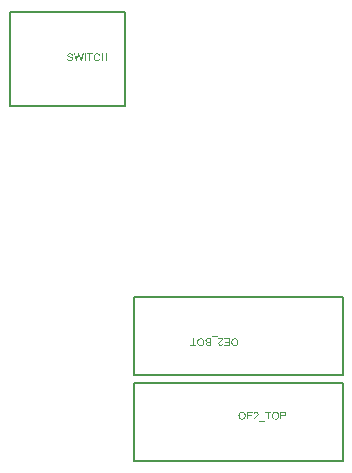
<source format=gbr>
%TF.GenerationSoftware,Altium Limited,Altium Designer,23.3.1 (30)*%
G04 Layer_Color=16711935*
%FSLAX45Y45*%
%MOMM*%
%TF.SameCoordinates,9B08417B-AAB0-44DC-96C9-EC8FD7F4D7BA*%
%TF.FilePolarity,Positive*%
%TF.FileFunction,Other,Top_Assembly*%
%TF.Part,Single*%
G01*
G75*
%TA.AperFunction,NonConductor*%
%ADD40C,0.20000*%
G36*
X4957526Y6374307D02*
X4958208D01*
X4959866Y6374112D01*
X4961817Y6373819D01*
X4963963Y6373429D01*
X4966109Y6372844D01*
X4968157Y6372064D01*
X4968254D01*
X4968352Y6371966D01*
X4968645Y6371869D01*
X4969035Y6371674D01*
X4970010Y6371088D01*
X4971278Y6370406D01*
X4972644Y6369430D01*
X4974009Y6368260D01*
X4975375Y6366894D01*
X4976545Y6365334D01*
X4976643Y6365139D01*
X4977033Y6364553D01*
X4977520Y6363578D01*
X4978008Y6362408D01*
X4978593Y6360945D01*
X4979179Y6359189D01*
X4979569Y6357336D01*
X4979764Y6355288D01*
X4971668Y6354702D01*
Y6354800D01*
Y6354995D01*
X4971571Y6355288D01*
X4971473Y6355678D01*
X4971278Y6356751D01*
X4970888Y6358116D01*
X4970303Y6359579D01*
X4969522Y6361042D01*
X4968450Y6362505D01*
X4967182Y6363773D01*
X4966987Y6363871D01*
X4966499Y6364261D01*
X4965621Y6364749D01*
X4964451Y6365334D01*
X4962890Y6365919D01*
X4960939Y6366407D01*
X4958696Y6366797D01*
X4956062Y6366894D01*
X4954795D01*
X4954209Y6366797D01*
X4953429D01*
X4951771Y6366504D01*
X4949918Y6366212D01*
X4948065Y6365724D01*
X4946309Y6365041D01*
X4945529Y6364553D01*
X4944846Y6364066D01*
X4944748Y6363968D01*
X4944358Y6363578D01*
X4943773Y6362993D01*
X4943188Y6362115D01*
X4942505Y6361140D01*
X4942017Y6359969D01*
X4941627Y6358701D01*
X4941432Y6357238D01*
Y6357043D01*
Y6356653D01*
X4941530Y6355970D01*
X4941725Y6355190D01*
X4942017Y6354312D01*
X4942505Y6353337D01*
X4943090Y6352459D01*
X4943870Y6351581D01*
X4943968Y6351484D01*
X4944456Y6351191D01*
X4944748Y6350996D01*
X4945138Y6350703D01*
X4945724Y6350508D01*
X4946406Y6350216D01*
X4947187Y6349826D01*
X4948065Y6349435D01*
X4949040Y6349143D01*
X4950210Y6348753D01*
X4951576Y6348265D01*
X4953039Y6347875D01*
X4954697Y6347485D01*
X4956550Y6346997D01*
X4956648D01*
X4957038Y6346899D01*
X4957526Y6346802D01*
X4958208Y6346607D01*
X4959086Y6346412D01*
X4960061Y6346119D01*
X4962207Y6345631D01*
X4964548Y6344949D01*
X4966889Y6344266D01*
X4968059Y6343973D01*
X4969035Y6343583D01*
X4970010Y6343193D01*
X4970790Y6342900D01*
X4970888D01*
X4971083Y6342803D01*
X4971278Y6342608D01*
X4971668Y6342413D01*
X4972644Y6341828D01*
X4973912Y6341145D01*
X4975277Y6340169D01*
X4976643Y6338999D01*
X4977911Y6337731D01*
X4978983Y6336366D01*
X4979081Y6336170D01*
X4979374Y6335683D01*
X4979861Y6334902D01*
X4980349Y6333732D01*
X4980837Y6332464D01*
X4981324Y6330904D01*
X4981617Y6329148D01*
X4981714Y6327295D01*
Y6327197D01*
Y6327100D01*
Y6326807D01*
Y6326417D01*
X4981519Y6325442D01*
X4981324Y6324174D01*
X4981032Y6322710D01*
X4980446Y6321052D01*
X4979764Y6319297D01*
X4978788Y6317639D01*
X4978691Y6317444D01*
X4978203Y6316858D01*
X4977618Y6316078D01*
X4976643Y6315103D01*
X4975472Y6313932D01*
X4974009Y6312762D01*
X4972253Y6311689D01*
X4970303Y6310616D01*
X4970205D01*
X4970010Y6310518D01*
X4969718Y6310421D01*
X4969327Y6310226D01*
X4968840Y6310031D01*
X4968254Y6309836D01*
X4966694Y6309446D01*
X4964938Y6308958D01*
X4962792Y6308568D01*
X4960549Y6308275D01*
X4958013Y6308178D01*
X4956550D01*
X4955867Y6308275D01*
X4954990D01*
X4954014Y6308373D01*
X4952941Y6308470D01*
X4950698Y6308763D01*
X4948260Y6309251D01*
X4945821Y6309836D01*
X4943480Y6310616D01*
X4943383D01*
X4943188Y6310714D01*
X4942895Y6310909D01*
X4942505Y6311104D01*
X4941432Y6311689D01*
X4940164Y6312567D01*
X4938604Y6313640D01*
X4937140Y6314908D01*
X4935580Y6316468D01*
X4934214Y6318224D01*
Y6318321D01*
X4934117Y6318419D01*
X4933922Y6318712D01*
X4933727Y6319102D01*
X4933434Y6319589D01*
X4933142Y6320175D01*
X4932556Y6321638D01*
X4931971Y6323296D01*
X4931386Y6325344D01*
X4930996Y6327490D01*
X4930801Y6329831D01*
X4938799Y6330513D01*
Y6330416D01*
Y6330318D01*
X4938896Y6329733D01*
X4939091Y6328855D01*
X4939286Y6327685D01*
X4939676Y6326417D01*
X4940067Y6325051D01*
X4940652Y6323783D01*
X4941335Y6322515D01*
X4941432Y6322418D01*
X4941725Y6322028D01*
X4942212Y6321443D01*
X4942993Y6320760D01*
X4943870Y6319979D01*
X4944943Y6319102D01*
X4946309Y6318321D01*
X4947772Y6317541D01*
X4947869D01*
X4947967Y6317444D01*
X4948552Y6317248D01*
X4949430Y6316956D01*
X4950698Y6316663D01*
X4952064Y6316273D01*
X4953819Y6315981D01*
X4955672Y6315785D01*
X4957623Y6315688D01*
X4958403D01*
X4959379Y6315785D01*
X4960452Y6315883D01*
X4961817Y6315981D01*
X4963183Y6316273D01*
X4964646Y6316566D01*
X4966109Y6317053D01*
X4966304Y6317151D01*
X4966694Y6317346D01*
X4967377Y6317639D01*
X4968157Y6318126D01*
X4969132Y6318712D01*
X4970010Y6319394D01*
X4970888Y6320175D01*
X4971668Y6321052D01*
X4971766Y6321150D01*
X4971961Y6321540D01*
X4972253Y6322028D01*
X4972644Y6322710D01*
X4972936Y6323491D01*
X4973229Y6324466D01*
X4973424Y6325442D01*
X4973521Y6326514D01*
Y6326612D01*
Y6327002D01*
X4973424Y6327587D01*
X4973326Y6328270D01*
X4973131Y6329148D01*
X4972741Y6330026D01*
X4972351Y6330904D01*
X4971766Y6331781D01*
X4971668Y6331879D01*
X4971473Y6332171D01*
X4970985Y6332562D01*
X4970400Y6333147D01*
X4969620Y6333732D01*
X4968645Y6334317D01*
X4967377Y6335000D01*
X4966011Y6335585D01*
X4965914Y6335683D01*
X4965523Y6335780D01*
X4964743Y6335975D01*
X4964256Y6336170D01*
X4963670Y6336366D01*
X4962890Y6336561D01*
X4962110Y6336756D01*
X4961134Y6337048D01*
X4960159Y6337341D01*
X4958989Y6337634D01*
X4957623Y6337926D01*
X4956160Y6338316D01*
X4954599Y6338706D01*
X4954502D01*
X4954209Y6338804D01*
X4953722Y6338901D01*
X4953136Y6339097D01*
X4952454Y6339292D01*
X4951673Y6339487D01*
X4949820Y6339974D01*
X4947772Y6340657D01*
X4945724Y6341340D01*
X4943870Y6342023D01*
X4942993Y6342315D01*
X4942310Y6342705D01*
X4942212D01*
X4942115Y6342803D01*
X4941530Y6343193D01*
X4940749Y6343681D01*
X4939774Y6344363D01*
X4938604Y6345241D01*
X4937531Y6346217D01*
X4936458Y6347387D01*
X4935482Y6348655D01*
X4935385Y6348850D01*
X4935092Y6349338D01*
X4934800Y6350021D01*
X4934409Y6350996D01*
X4933922Y6352166D01*
X4933629Y6353532D01*
X4933337Y6355092D01*
X4933239Y6356653D01*
Y6356751D01*
Y6356848D01*
Y6357141D01*
Y6357531D01*
X4933434Y6358409D01*
X4933629Y6359579D01*
X4933922Y6361042D01*
X4934409Y6362505D01*
X4935092Y6364163D01*
X4935970Y6365724D01*
Y6365821D01*
X4936068Y6365919D01*
X4936458Y6366407D01*
X4937140Y6367187D01*
X4938018Y6368162D01*
X4939091Y6369138D01*
X4940457Y6370211D01*
X4942115Y6371283D01*
X4943968Y6372161D01*
X4944066D01*
X4944163Y6372259D01*
X4944456Y6372356D01*
X4944943Y6372551D01*
X4945431Y6372649D01*
X4946016Y6372844D01*
X4947382Y6373332D01*
X4949137Y6373722D01*
X4951088Y6374014D01*
X4953331Y6374307D01*
X4955672Y6374405D01*
X4956843D01*
X4957526Y6374307D01*
D02*
G37*
G36*
X5186638D02*
X5187418Y6374210D01*
X5188393Y6374112D01*
X5189466Y6374014D01*
X5190637Y6373819D01*
X5193172Y6373234D01*
X5195904Y6372356D01*
X5197269Y6371771D01*
X5198635Y6371088D01*
X5199902Y6370308D01*
X5201170Y6369430D01*
X5201268Y6369333D01*
X5201463Y6369235D01*
X5201756Y6368943D01*
X5202243Y6368552D01*
X5202731Y6368065D01*
X5203414Y6367382D01*
X5204097Y6366699D01*
X5204779Y6365919D01*
X5205560Y6364944D01*
X5206242Y6363968D01*
X5207023Y6362798D01*
X5207803Y6361530D01*
X5208486Y6360262D01*
X5209168Y6358799D01*
X5210339Y6355678D01*
X5201951Y6353727D01*
Y6353824D01*
X5201853Y6354020D01*
X5201756Y6354410D01*
X5201561Y6354897D01*
X5201268Y6355483D01*
X5200975Y6356165D01*
X5200293Y6357628D01*
X5199415Y6359286D01*
X5198244Y6361042D01*
X5196976Y6362603D01*
X5195416Y6363968D01*
X5195221Y6364066D01*
X5194636Y6364456D01*
X5193758Y6364944D01*
X5192490Y6365626D01*
X5191027Y6366212D01*
X5189174Y6366699D01*
X5187125Y6367089D01*
X5184784Y6367187D01*
X5184102D01*
X5183614Y6367089D01*
X5182931D01*
X5182248Y6366992D01*
X5180493Y6366699D01*
X5178542Y6366309D01*
X5176494Y6365626D01*
X5174446Y6364749D01*
X5172495Y6363578D01*
X5172397D01*
X5172300Y6363383D01*
X5171715Y6362895D01*
X5170837Y6362115D01*
X5169764Y6361042D01*
X5168691Y6359677D01*
X5167521Y6358116D01*
X5166448Y6356165D01*
X5165570Y6354020D01*
Y6353922D01*
X5165472Y6353727D01*
X5165375Y6353434D01*
X5165277Y6352947D01*
X5165082Y6352459D01*
X5164985Y6351776D01*
X5164594Y6350216D01*
X5164204Y6348362D01*
X5163912Y6346314D01*
X5163717Y6344071D01*
X5163619Y6341730D01*
Y6341632D01*
Y6341340D01*
Y6340950D01*
Y6340365D01*
X5163717Y6339682D01*
Y6338804D01*
X5163814Y6337926D01*
X5163912Y6336951D01*
X5164204Y6334707D01*
X5164594Y6332269D01*
X5165180Y6329831D01*
X5165960Y6327490D01*
Y6327392D01*
X5166057Y6327197D01*
X5166253Y6326905D01*
X5166448Y6326514D01*
X5166935Y6325344D01*
X5167716Y6324076D01*
X5168788Y6322515D01*
X5170056Y6321052D01*
X5171520Y6319589D01*
X5173275Y6318321D01*
X5173373D01*
X5173470Y6318224D01*
X5173763Y6318029D01*
X5174153Y6317834D01*
X5175226Y6317444D01*
X5176591Y6316858D01*
X5178152Y6316371D01*
X5180005Y6315883D01*
X5182053Y6315493D01*
X5184199Y6315395D01*
X5184882D01*
X5185370Y6315493D01*
X5185955D01*
X5186735Y6315590D01*
X5188393Y6315883D01*
X5190246Y6316371D01*
X5192295Y6317151D01*
X5194245Y6318126D01*
X5196196Y6319492D01*
X5196294Y6319589D01*
X5196391Y6319687D01*
X5196976Y6320272D01*
X5197854Y6321247D01*
X5198927Y6322515D01*
X5200000Y6324271D01*
X5201170Y6326319D01*
X5202146Y6328855D01*
X5202926Y6331684D01*
X5211412Y6329538D01*
Y6329440D01*
X5211314Y6329050D01*
X5211119Y6328563D01*
X5210924Y6327782D01*
X5210534Y6327002D01*
X5210144Y6325929D01*
X5209754Y6324856D01*
X5209168Y6323686D01*
X5207900Y6321052D01*
X5206145Y6318419D01*
X5204194Y6315883D01*
X5203024Y6314713D01*
X5201756Y6313640D01*
X5201658Y6313542D01*
X5201463Y6313445D01*
X5201073Y6313152D01*
X5200488Y6312762D01*
X5199805Y6312372D01*
X5199025Y6311884D01*
X5198147Y6311396D01*
X5197074Y6310909D01*
X5195904Y6310421D01*
X5194636Y6309933D01*
X5193172Y6309446D01*
X5191709Y6309055D01*
X5188491Y6308373D01*
X5186735Y6308275D01*
X5184882Y6308178D01*
X5183907D01*
X5183126Y6308275D01*
X5182248D01*
X5181273Y6308373D01*
X5180103Y6308568D01*
X5178932Y6308665D01*
X5176201Y6309251D01*
X5173373Y6309933D01*
X5170642Y6311006D01*
X5169276Y6311591D01*
X5168008Y6312372D01*
X5167911Y6312469D01*
X5167716Y6312567D01*
X5167423Y6312859D01*
X5166935Y6313152D01*
X5165765Y6314127D01*
X5164399Y6315493D01*
X5162741Y6317151D01*
X5161181Y6319297D01*
X5159523Y6321735D01*
X5158157Y6324564D01*
Y6324661D01*
X5158060Y6324954D01*
X5157864Y6325344D01*
X5157669Y6325929D01*
X5157377Y6326709D01*
X5157084Y6327587D01*
X5156792Y6328563D01*
X5156499Y6329733D01*
X5156206Y6330904D01*
X5155914Y6332269D01*
X5155329Y6335195D01*
X5154938Y6338316D01*
X5154841Y6341730D01*
Y6341828D01*
Y6342218D01*
Y6342705D01*
X5154938Y6343388D01*
Y6344266D01*
X5155036Y6345339D01*
X5155133Y6346412D01*
X5155329Y6347680D01*
X5155816Y6350411D01*
X5156401Y6353337D01*
X5157377Y6356360D01*
X5158645Y6359189D01*
Y6359286D01*
X5158840Y6359482D01*
X5159035Y6359872D01*
X5159328Y6360457D01*
X5159718Y6361042D01*
X5160205Y6361725D01*
X5161473Y6363383D01*
X5162936Y6365236D01*
X5164790Y6367089D01*
X5167033Y6368943D01*
X5169471Y6370503D01*
X5169569D01*
X5169764Y6370698D01*
X5170154Y6370893D01*
X5170739Y6371088D01*
X5171324Y6371381D01*
X5172105Y6371771D01*
X5173080Y6372064D01*
X5174055Y6372454D01*
X5175128Y6372844D01*
X5176299Y6373137D01*
X5178932Y6373819D01*
X5181858Y6374210D01*
X5184979Y6374405D01*
X5185955D01*
X5186638Y6374307D01*
D02*
G37*
G36*
X5272274Y6309251D02*
X5263789D01*
Y6339487D01*
X5230626D01*
Y6309251D01*
X5222141D01*
Y6373332D01*
X5230626D01*
Y6346997D01*
X5263789D01*
Y6373332D01*
X5272274D01*
Y6309251D01*
D02*
G37*
G36*
X5052331D02*
X5044040D01*
X5030580Y6358019D01*
Y6358116D01*
X5030482Y6358311D01*
X5030385Y6358604D01*
X5030287Y6358994D01*
X5029995Y6360067D01*
X5029702Y6361237D01*
X5029312Y6362603D01*
X5029019Y6363773D01*
X5028727Y6364846D01*
X5028629Y6365236D01*
X5028532Y6365529D01*
Y6365334D01*
X5028337Y6364846D01*
X5028142Y6363968D01*
X5027849Y6362993D01*
X5027556Y6361725D01*
X5027264Y6360554D01*
X5026874Y6359286D01*
X5026581Y6358019D01*
X5013121Y6309251D01*
X5004245D01*
X4987469Y6373332D01*
X4996150D01*
X5005806Y6331196D01*
Y6331099D01*
X5005903Y6330904D01*
X5006001Y6330513D01*
X5006098Y6330123D01*
X5006196Y6329440D01*
X5006391Y6328758D01*
X5006781Y6327100D01*
X5007171Y6325149D01*
X5007659Y6322906D01*
X5008049Y6320565D01*
X5008537Y6318126D01*
Y6318224D01*
X5008634Y6318614D01*
X5008732Y6319102D01*
X5008927Y6319784D01*
X5009122Y6320565D01*
X5009317Y6321443D01*
X5009902Y6323491D01*
X5010390Y6325539D01*
X5010878Y6327490D01*
X5011073Y6328270D01*
X5011268Y6329050D01*
X5011365Y6329636D01*
X5011463Y6330026D01*
X5023655Y6373332D01*
X5033896D01*
X5043065Y6340852D01*
Y6340755D01*
X5043260Y6340267D01*
X5043357Y6339682D01*
X5043650Y6338804D01*
X5043845Y6337731D01*
X5044235Y6336463D01*
X5044528Y6335000D01*
X5044918Y6333439D01*
X5045308Y6331781D01*
X5045698Y6330026D01*
X5046576Y6326124D01*
X5047356Y6322125D01*
X5048039Y6318126D01*
Y6318224D01*
X5048136Y6318419D01*
Y6318712D01*
X5048234Y6319199D01*
X5048429Y6319784D01*
X5048527Y6320467D01*
X5048722Y6321247D01*
X5048917Y6322125D01*
X5049404Y6324174D01*
X5049892Y6326612D01*
X5050575Y6329245D01*
X5051258Y6332074D01*
X5061206Y6373332D01*
X5069789D01*
X5052331Y6309251D01*
D02*
G37*
G36*
X5148501Y6365821D02*
X5127433D01*
Y6309251D01*
X5118948D01*
Y6365821D01*
X5097880D01*
Y6373332D01*
X5148501D01*
Y6365821D01*
D02*
G37*
G36*
X5087736Y6309251D02*
X5079250D01*
Y6373332D01*
X5087736D01*
Y6309251D01*
D02*
G37*
G36*
X6764534Y3337910D02*
X6766094Y3337813D01*
X6767752Y3337715D01*
X6769313Y3337520D01*
X6770678Y3337325D01*
X6770873D01*
X6771459Y3337130D01*
X6772336Y3336935D01*
X6773409Y3336642D01*
X6774677Y3336252D01*
X6775945Y3335764D01*
X6777311Y3335082D01*
X6778579Y3334301D01*
X6778676Y3334204D01*
X6779164Y3333911D01*
X6779749Y3333424D01*
X6780432Y3332741D01*
X6781212Y3331863D01*
X6782090Y3330790D01*
X6782968Y3329620D01*
X6783748Y3328157D01*
X6783846Y3327962D01*
X6784041Y3327474D01*
X6784333Y3326694D01*
X6784724Y3325621D01*
X6785114Y3324353D01*
X6785406Y3322890D01*
X6785601Y3321232D01*
X6785699Y3319476D01*
Y3319378D01*
Y3319086D01*
Y3318696D01*
X6785601Y3318110D01*
X6785504Y3317428D01*
X6785406Y3316550D01*
X6785309Y3315672D01*
X6785016Y3314697D01*
X6784431Y3312453D01*
X6783456Y3310210D01*
X6782870Y3309040D01*
X6782188Y3307869D01*
X6781407Y3306699D01*
X6780432Y3305626D01*
X6780334Y3305528D01*
X6780139Y3305431D01*
X6779847Y3305138D01*
X6779457Y3304748D01*
X6778774Y3304358D01*
X6778091Y3303870D01*
X6777213Y3303383D01*
X6776140Y3302895D01*
X6774970Y3302310D01*
X6773604Y3301822D01*
X6772044Y3301334D01*
X6770386Y3300944D01*
X6768435Y3300554D01*
X6766387Y3300261D01*
X6764143Y3300164D01*
X6761705Y3300066D01*
X6745319D01*
Y3273927D01*
X6736833D01*
Y3338008D01*
X6763071D01*
X6764534Y3337910D01*
D02*
G37*
G36*
X6658512Y3330498D02*
X6637444D01*
Y3273927D01*
X6628959D01*
Y3330498D01*
X6607891D01*
Y3338008D01*
X6658512D01*
Y3330498D01*
D02*
G37*
G36*
X6532691Y3338203D02*
X6533471Y3338105D01*
X6534349Y3338008D01*
X6535324Y3337910D01*
X6536397Y3337618D01*
X6538738Y3337032D01*
X6541176Y3336155D01*
X6542444Y3335569D01*
X6543615Y3334887D01*
X6544687Y3334009D01*
X6545760Y3333131D01*
X6545858Y3333033D01*
X6545955Y3332936D01*
X6546248Y3332643D01*
X6546638Y3332253D01*
X6547028Y3331668D01*
X6547516Y3331083D01*
X6548491Y3329620D01*
X6549467Y3327767D01*
X6550345Y3325621D01*
X6551027Y3323182D01*
X6551125Y3321817D01*
X6551222Y3320451D01*
Y3320256D01*
Y3319769D01*
X6551125Y3318988D01*
X6551027Y3318013D01*
X6550832Y3316842D01*
X6550540Y3315575D01*
X6550149Y3314209D01*
X6549564Y3312844D01*
X6549467Y3312648D01*
X6549272Y3312161D01*
X6548881Y3311478D01*
X6548296Y3310503D01*
X6547614Y3309332D01*
X6546736Y3307967D01*
X6545565Y3306601D01*
X6544297Y3305041D01*
X6544102Y3304846D01*
X6543615Y3304260D01*
X6542737Y3303383D01*
X6542152Y3302797D01*
X6541469Y3302115D01*
X6540688Y3301334D01*
X6539713Y3300456D01*
X6538738Y3299579D01*
X6537665Y3298506D01*
X6536494Y3297433D01*
X6535129Y3296262D01*
X6533763Y3295092D01*
X6532203Y3293726D01*
X6532105Y3293629D01*
X6531910Y3293434D01*
X6531520Y3293141D01*
X6531032Y3292751D01*
X6529862Y3291776D01*
X6528399Y3290508D01*
X6526936Y3289142D01*
X6525375Y3287777D01*
X6524107Y3286606D01*
X6523620Y3286119D01*
X6523132Y3285631D01*
X6523034Y3285533D01*
X6522839Y3285241D01*
X6522449Y3284851D01*
X6521962Y3284265D01*
X6520889Y3282997D01*
X6519816Y3281437D01*
X6551320D01*
Y3273927D01*
X6508892D01*
Y3274024D01*
Y3274414D01*
Y3275000D01*
X6508989Y3275682D01*
X6509087Y3276463D01*
X6509184Y3277340D01*
X6509477Y3278316D01*
X6509770Y3279291D01*
Y3279389D01*
X6509867Y3279486D01*
X6510062Y3280071D01*
X6510452Y3280852D01*
X6511038Y3282022D01*
X6511720Y3283290D01*
X6512696Y3284753D01*
X6513671Y3286216D01*
X6514939Y3287777D01*
Y3287874D01*
X6515134Y3287972D01*
X6515622Y3288557D01*
X6516402Y3289435D01*
X6517572Y3290605D01*
X6519035Y3291971D01*
X6520791Y3293629D01*
X6522937Y3295482D01*
X6525278Y3297530D01*
X6525375Y3297628D01*
X6525765Y3297921D01*
X6526253Y3298311D01*
X6526936Y3298993D01*
X6527814Y3299676D01*
X6528789Y3300554D01*
X6530935Y3302407D01*
X6533276Y3304650D01*
X6535617Y3306894D01*
X6536787Y3307967D01*
X6537762Y3309040D01*
X6538640Y3310113D01*
X6539420Y3311088D01*
Y3311185D01*
X6539616Y3311283D01*
X6539811Y3311576D01*
X6540006Y3311966D01*
X6540591Y3312941D01*
X6541274Y3314209D01*
X6541956Y3315672D01*
X6542542Y3317233D01*
X6542932Y3318988D01*
X6543127Y3320646D01*
Y3320744D01*
Y3320841D01*
X6543029Y3321427D01*
X6542932Y3322305D01*
X6542737Y3323377D01*
X6542249Y3324645D01*
X6541664Y3325913D01*
X6540884Y3327279D01*
X6539713Y3328547D01*
X6539518Y3328644D01*
X6539128Y3329034D01*
X6538348Y3329522D01*
X6537372Y3330205D01*
X6536104Y3330790D01*
X6534641Y3331278D01*
X6532886Y3331668D01*
X6530935Y3331765D01*
X6530350D01*
X6529960Y3331668D01*
X6528984Y3331570D01*
X6527716Y3331375D01*
X6526253Y3330888D01*
X6524693Y3330302D01*
X6523230Y3329425D01*
X6521864Y3328254D01*
X6521766Y3328059D01*
X6521376Y3327669D01*
X6520791Y3326889D01*
X6520206Y3325816D01*
X6519523Y3324450D01*
X6519035Y3322890D01*
X6518645Y3321037D01*
X6518450Y3318891D01*
X6510355Y3319769D01*
Y3319866D01*
Y3320159D01*
X6510452Y3320646D01*
X6510550Y3321232D01*
X6510745Y3322012D01*
X6510842Y3322890D01*
X6511428Y3324840D01*
X6512208Y3327084D01*
X6513281Y3329327D01*
X6514744Y3331570D01*
X6515524Y3332546D01*
X6516500Y3333521D01*
X6516597Y3333619D01*
X6516792Y3333716D01*
X6517085Y3334009D01*
X6517475Y3334301D01*
X6518060Y3334594D01*
X6518743Y3335082D01*
X6519523Y3335472D01*
X6520401Y3335960D01*
X6521376Y3336350D01*
X6522449Y3336837D01*
X6523717Y3337228D01*
X6524985Y3337520D01*
X6527911Y3338105D01*
X6529472Y3338203D01*
X6531130Y3338300D01*
X6532008D01*
X6532691Y3338203D01*
D02*
G37*
G36*
X6500016Y3330498D02*
X6462172D01*
Y3310795D01*
X6497578D01*
Y3303285D01*
X6462172D01*
Y3281437D01*
X6501479D01*
Y3273927D01*
X6453686D01*
Y3338008D01*
X6500016D01*
Y3330498D01*
D02*
G37*
G36*
X6696746Y3338983D02*
X6697526D01*
X6698502Y3338886D01*
X6699477Y3338691D01*
X6700648Y3338593D01*
X6703086Y3338008D01*
X6705817Y3337228D01*
X6708548Y3336252D01*
X6709913Y3335569D01*
X6711279Y3334789D01*
X6711376D01*
X6711572Y3334594D01*
X6711962Y3334399D01*
X6712449Y3334009D01*
X6713035Y3333619D01*
X6713717Y3333033D01*
X6715278Y3331765D01*
X6717034Y3330107D01*
X6718887Y3328059D01*
X6720545Y3325718D01*
X6722105Y3322987D01*
Y3322890D01*
X6722300Y3322597D01*
X6722496Y3322207D01*
X6722691Y3321622D01*
X6722983Y3320939D01*
X6723276Y3320061D01*
X6723666Y3319086D01*
X6724056Y3318013D01*
X6724349Y3316745D01*
X6724739Y3315477D01*
X6725324Y3312551D01*
X6725714Y3309332D01*
X6725909Y3305821D01*
Y3305723D01*
Y3305431D01*
Y3304846D01*
X6725812Y3304163D01*
Y3303285D01*
X6725714Y3302310D01*
X6725617Y3301237D01*
X6725422Y3299969D01*
X6724934Y3297238D01*
X6724251Y3294312D01*
X6723276Y3291288D01*
X6721910Y3288362D01*
Y3288264D01*
X6721715Y3288069D01*
X6721520Y3287679D01*
X6721228Y3287094D01*
X6720740Y3286509D01*
X6720252Y3285729D01*
X6719082Y3284070D01*
X6717521Y3282217D01*
X6715571Y3280266D01*
X6713327Y3278413D01*
X6710791Y3276755D01*
X6710694D01*
X6710499Y3276560D01*
X6710108Y3276365D01*
X6709523Y3276170D01*
X6708841Y3275877D01*
X6708060Y3275487D01*
X6707182Y3275195D01*
X6706110Y3274804D01*
X6703866Y3274122D01*
X6701233Y3273439D01*
X6698307Y3273049D01*
X6695283Y3272854D01*
X6694405D01*
X6693722Y3272951D01*
X6692942D01*
X6692064Y3273049D01*
X6690991Y3273244D01*
X6689821Y3273439D01*
X6687383Y3273927D01*
X6684652Y3274707D01*
X6681823Y3275780D01*
X6680458Y3276365D01*
X6679092Y3277145D01*
X6678995Y3277243D01*
X6678799Y3277340D01*
X6678409Y3277633D01*
X6677922Y3277926D01*
X6677336Y3278413D01*
X6676654Y3278901D01*
X6675093Y3280266D01*
X6673337Y3282022D01*
X6671484Y3283973D01*
X6669826Y3286411D01*
X6668266Y3289045D01*
Y3289142D01*
X6668070Y3289435D01*
X6667973Y3289825D01*
X6667680Y3290410D01*
X6667388Y3291093D01*
X6667095Y3291873D01*
X6666803Y3292849D01*
X6666510Y3293922D01*
X6666120Y3295092D01*
X6665827Y3296262D01*
X6665242Y3298993D01*
X6664852Y3301919D01*
X6664657Y3305041D01*
Y3305236D01*
Y3305723D01*
X6664754Y3306601D01*
Y3307674D01*
X6664949Y3309040D01*
X6665144Y3310600D01*
X6665339Y3312258D01*
X6665730Y3314209D01*
X6666217Y3316160D01*
X6666705Y3318208D01*
X6667388Y3320256D01*
X6668266Y3322305D01*
X6669241Y3324353D01*
X6670314Y3326401D01*
X6671679Y3328254D01*
X6673142Y3330010D01*
X6673240Y3330107D01*
X6673533Y3330400D01*
X6674020Y3330888D01*
X6674703Y3331473D01*
X6675581Y3332156D01*
X6676556Y3332838D01*
X6677727Y3333716D01*
X6679092Y3334594D01*
X6680653Y3335374D01*
X6682311Y3336252D01*
X6684164Y3336935D01*
X6686115Y3337715D01*
X6688163Y3338203D01*
X6690406Y3338691D01*
X6692845Y3338983D01*
X6695283Y3339081D01*
X6696161D01*
X6696746Y3338983D01*
D02*
G37*
G36*
X6413404D02*
X6414184D01*
X6415160Y3338886D01*
X6416135Y3338691D01*
X6417305Y3338593D01*
X6419744Y3338008D01*
X6422475Y3337228D01*
X6425206Y3336252D01*
X6426571Y3335569D01*
X6427937Y3334789D01*
X6428034D01*
X6428229Y3334594D01*
X6428620Y3334399D01*
X6429107Y3334009D01*
X6429693Y3333619D01*
X6430375Y3333033D01*
X6431936Y3331765D01*
X6433691Y3330107D01*
X6435545Y3328059D01*
X6437203Y3325718D01*
X6438763Y3322987D01*
Y3322890D01*
X6438958Y3322597D01*
X6439153Y3322207D01*
X6439349Y3321622D01*
X6439641Y3320939D01*
X6439934Y3320061D01*
X6440324Y3319086D01*
X6440714Y3318013D01*
X6441007Y3316745D01*
X6441397Y3315477D01*
X6441982Y3312551D01*
X6442372Y3309332D01*
X6442567Y3305821D01*
Y3305723D01*
Y3305431D01*
Y3304846D01*
X6442470Y3304163D01*
Y3303285D01*
X6442372Y3302310D01*
X6442275Y3301237D01*
X6442080Y3299969D01*
X6441592Y3297238D01*
X6440909Y3294312D01*
X6439934Y3291288D01*
X6438568Y3288362D01*
Y3288264D01*
X6438373Y3288069D01*
X6438178Y3287679D01*
X6437886Y3287094D01*
X6437398Y3286509D01*
X6436910Y3285729D01*
X6435740Y3284070D01*
X6434179Y3282217D01*
X6432228Y3280266D01*
X6429985Y3278413D01*
X6427449Y3276755D01*
X6427352D01*
X6427157Y3276560D01*
X6426766Y3276365D01*
X6426181Y3276170D01*
X6425498Y3275877D01*
X6424718Y3275487D01*
X6423840Y3275195D01*
X6422767Y3274804D01*
X6420524Y3274122D01*
X6417891Y3273439D01*
X6414965Y3273049D01*
X6411941Y3272854D01*
X6411063D01*
X6410380Y3272951D01*
X6409600D01*
X6408722Y3273049D01*
X6407649Y3273244D01*
X6406479Y3273439D01*
X6404041Y3273927D01*
X6401310Y3274707D01*
X6398481Y3275780D01*
X6397115Y3276365D01*
X6395750Y3277145D01*
X6395652Y3277243D01*
X6395457Y3277340D01*
X6395067Y3277633D01*
X6394580Y3277926D01*
X6393994Y3278413D01*
X6393312Y3278901D01*
X6391751Y3280266D01*
X6389995Y3282022D01*
X6388142Y3283973D01*
X6386484Y3286411D01*
X6384923Y3289045D01*
Y3289142D01*
X6384728Y3289435D01*
X6384631Y3289825D01*
X6384338Y3290410D01*
X6384046Y3291093D01*
X6383753Y3291873D01*
X6383460Y3292849D01*
X6383168Y3293922D01*
X6382778Y3295092D01*
X6382485Y3296262D01*
X6381900Y3298993D01*
X6381510Y3301919D01*
X6381315Y3305041D01*
Y3305236D01*
Y3305723D01*
X6381412Y3306601D01*
Y3307674D01*
X6381607Y3309040D01*
X6381802Y3310600D01*
X6381997Y3312258D01*
X6382388Y3314209D01*
X6382875Y3316160D01*
X6383363Y3318208D01*
X6384046Y3320256D01*
X6384923Y3322305D01*
X6385899Y3324353D01*
X6386972Y3326401D01*
X6388337Y3328254D01*
X6389800Y3330010D01*
X6389898Y3330107D01*
X6390190Y3330400D01*
X6390678Y3330888D01*
X6391361Y3331473D01*
X6392239Y3332156D01*
X6393214Y3332838D01*
X6394384Y3333716D01*
X6395750Y3334594D01*
X6397311Y3335374D01*
X6398969Y3336252D01*
X6400822Y3336935D01*
X6402773Y3337715D01*
X6404821Y3338203D01*
X6407064Y3338691D01*
X6409503Y3338983D01*
X6411941Y3339081D01*
X6412819D01*
X6413404Y3338983D01*
D02*
G37*
G36*
X6606720Y3256175D02*
X6554636D01*
Y3261832D01*
X6606720D01*
Y3256175D01*
D02*
G37*
G36*
X6207995Y3972835D02*
X6155911D01*
Y3978492D01*
X6207995D01*
Y3972835D01*
D02*
G37*
G36*
X6308945Y3896659D02*
X6262616D01*
Y3904169D01*
X6300460D01*
Y3923872D01*
X6265054D01*
Y3931382D01*
X6300460D01*
Y3953230D01*
X6261153D01*
Y3960740D01*
X6308945D01*
Y3896659D01*
D02*
G37*
G36*
X6150352D02*
X6125187D01*
X6124505Y3896757D01*
X6123822D01*
X6122164Y3896854D01*
X6120311Y3897147D01*
X6118360Y3897440D01*
X6116409Y3897927D01*
X6114654Y3898610D01*
X6114556D01*
X6114458Y3898707D01*
X6113873Y3899000D01*
X6113093Y3899488D01*
X6112118Y3900073D01*
X6110947Y3900951D01*
X6109777Y3902024D01*
X6108704Y3903194D01*
X6107631Y3904657D01*
X6107533Y3904852D01*
X6107241Y3905340D01*
X6106851Y3906218D01*
X6106363Y3907291D01*
X6105875Y3908559D01*
X6105485Y3909924D01*
X6105193Y3911485D01*
X6105095Y3913143D01*
Y3913338D01*
Y3913826D01*
X6105193Y3914606D01*
X6105388Y3915679D01*
X6105680Y3916849D01*
X6106070Y3918117D01*
X6106558Y3919580D01*
X6107338Y3920946D01*
X6107436Y3921141D01*
X6107728Y3921531D01*
X6108314Y3922214D01*
X6108996Y3922994D01*
X6109972Y3923969D01*
X6111142Y3924847D01*
X6112508Y3925822D01*
X6114166Y3926700D01*
X6114068D01*
X6113873Y3926798D01*
X6113581Y3926895D01*
X6113190Y3926993D01*
X6112118Y3927481D01*
X6110850Y3928066D01*
X6109387Y3928944D01*
X6107924Y3929919D01*
X6106460Y3931089D01*
X6105193Y3932552D01*
X6105095Y3932748D01*
X6104705Y3933235D01*
X6104217Y3934113D01*
X6103534Y3935283D01*
X6102949Y3936747D01*
X6102462Y3938307D01*
X6102071Y3940160D01*
X6101974Y3942209D01*
Y3942404D01*
Y3942989D01*
X6102071Y3943867D01*
X6102169Y3944940D01*
X6102462Y3946207D01*
X6102754Y3947671D01*
X6103242Y3949134D01*
X6103925Y3950597D01*
X6104022Y3950792D01*
X6104217Y3951279D01*
X6104705Y3951962D01*
X6105193Y3952840D01*
X6105875Y3953815D01*
X6106656Y3954791D01*
X6107631Y3955766D01*
X6108606Y3956644D01*
X6108704Y3956741D01*
X6109094Y3956936D01*
X6109679Y3957327D01*
X6110557Y3957814D01*
X6111532Y3958302D01*
X6112800Y3958790D01*
X6114166Y3959277D01*
X6115629Y3959765D01*
X6115824D01*
X6116409Y3959960D01*
X6117287Y3960058D01*
X6118457Y3960253D01*
X6120018Y3960448D01*
X6121774Y3960545D01*
X6123724Y3960740D01*
X6150352D01*
Y3896659D01*
D02*
G37*
G36*
X6004438Y3904169D02*
X6025506D01*
Y3896659D01*
X5974884D01*
Y3904169D01*
X5995952D01*
Y3960740D01*
X6004438D01*
Y3904169D01*
D02*
G37*
G36*
X6253740Y3960643D02*
Y3960253D01*
Y3959667D01*
X6253642Y3958985D01*
X6253545Y3958204D01*
X6253447Y3957327D01*
X6253155Y3956351D01*
X6252862Y3955376D01*
Y3955278D01*
X6252764Y3955181D01*
X6252569Y3954596D01*
X6252179Y3953815D01*
X6251594Y3952645D01*
X6250911Y3951377D01*
X6249936Y3949914D01*
X6248961Y3948451D01*
X6247693Y3946890D01*
Y3946793D01*
X6247498Y3946695D01*
X6247010Y3946110D01*
X6246230Y3945232D01*
X6245059Y3944062D01*
X6243596Y3942696D01*
X6241840Y3941038D01*
X6239695Y3939185D01*
X6237354Y3937137D01*
X6237256Y3937039D01*
X6236866Y3936747D01*
X6236378Y3936356D01*
X6235696Y3935674D01*
X6234818Y3934991D01*
X6233842Y3934113D01*
X6231697Y3932260D01*
X6229356Y3930017D01*
X6227015Y3927773D01*
X6225845Y3926700D01*
X6224869Y3925627D01*
X6223991Y3924555D01*
X6223211Y3923579D01*
Y3923482D01*
X6223016Y3923384D01*
X6222821Y3923091D01*
X6222626Y3922701D01*
X6222041Y3921726D01*
X6221358Y3920458D01*
X6220675Y3918995D01*
X6220090Y3917434D01*
X6219700Y3915679D01*
X6219505Y3914021D01*
Y3913923D01*
Y3913826D01*
X6219602Y3913240D01*
X6219700Y3912363D01*
X6219895Y3911290D01*
X6220383Y3910022D01*
X6220968Y3908754D01*
X6221748Y3907388D01*
X6222918Y3906120D01*
X6223114Y3906023D01*
X6223504Y3905633D01*
X6224284Y3905145D01*
X6225259Y3904462D01*
X6226527Y3903877D01*
X6227990Y3903389D01*
X6229746Y3902999D01*
X6231697Y3902902D01*
X6232282D01*
X6232672Y3902999D01*
X6233647Y3903097D01*
X6234915Y3903292D01*
X6236378Y3903779D01*
X6237939Y3904365D01*
X6239402Y3905242D01*
X6240768Y3906413D01*
X6240865Y3906608D01*
X6241255Y3906998D01*
X6241840Y3907778D01*
X6242426Y3908851D01*
X6243108Y3910217D01*
X6243596Y3911777D01*
X6243986Y3913630D01*
X6244181Y3915776D01*
X6252277Y3914898D01*
Y3914801D01*
Y3914508D01*
X6252179Y3914021D01*
X6252082Y3913435D01*
X6251887Y3912655D01*
X6251789Y3911777D01*
X6251204Y3909827D01*
X6250424Y3907583D01*
X6249351Y3905340D01*
X6247888Y3903097D01*
X6247107Y3902121D01*
X6246132Y3901146D01*
X6246034Y3901048D01*
X6245839Y3900951D01*
X6245547Y3900658D01*
X6245157Y3900366D01*
X6244571Y3900073D01*
X6243889Y3899585D01*
X6243108Y3899195D01*
X6242231Y3898707D01*
X6241255Y3898317D01*
X6240182Y3897830D01*
X6238914Y3897440D01*
X6237646Y3897147D01*
X6234720Y3896562D01*
X6233160Y3896464D01*
X6231502Y3896367D01*
X6230624D01*
X6229941Y3896464D01*
X6229161Y3896562D01*
X6228283Y3896659D01*
X6227308Y3896757D01*
X6226235Y3897049D01*
X6223894Y3897635D01*
X6221455Y3898512D01*
X6220187Y3899098D01*
X6219017Y3899780D01*
X6217944Y3900658D01*
X6216871Y3901536D01*
X6216774Y3901634D01*
X6216676Y3901731D01*
X6216384Y3902024D01*
X6215993Y3902414D01*
X6215603Y3902999D01*
X6215116Y3903584D01*
X6214140Y3905047D01*
X6213165Y3906900D01*
X6212287Y3909046D01*
X6211604Y3911485D01*
X6211507Y3912850D01*
X6211409Y3914216D01*
Y3914411D01*
Y3914898D01*
X6211507Y3915679D01*
X6211604Y3916654D01*
X6211799Y3917825D01*
X6212092Y3919092D01*
X6212482Y3920458D01*
X6213067Y3921823D01*
X6213165Y3922019D01*
X6213360Y3922506D01*
X6213750Y3923189D01*
X6214335Y3924164D01*
X6215018Y3925335D01*
X6215896Y3926700D01*
X6217066Y3928066D01*
X6218334Y3929626D01*
X6218529Y3929821D01*
X6219017Y3930407D01*
X6219895Y3931284D01*
X6220480Y3931870D01*
X6221163Y3932552D01*
X6221943Y3933333D01*
X6222918Y3934211D01*
X6223894Y3935088D01*
X6224967Y3936161D01*
X6226137Y3937234D01*
X6227503Y3938405D01*
X6228868Y3939575D01*
X6230429Y3940941D01*
X6230526Y3941038D01*
X6230721Y3941233D01*
X6231111Y3941526D01*
X6231599Y3941916D01*
X6232770Y3942891D01*
X6234233Y3944159D01*
X6235696Y3945525D01*
X6237256Y3946890D01*
X6238524Y3948061D01*
X6239012Y3948548D01*
X6239500Y3949036D01*
X6239597Y3949134D01*
X6239792Y3949426D01*
X6240182Y3949816D01*
X6240670Y3950402D01*
X6241743Y3951670D01*
X6242816Y3953230D01*
X6211312D01*
Y3960740D01*
X6253740D01*
Y3960643D01*
D02*
G37*
G36*
X6352251Y3961716D02*
X6353031D01*
X6353909Y3961618D01*
X6354982Y3961423D01*
X6356153Y3961228D01*
X6358591Y3960740D01*
X6361322Y3959960D01*
X6364151Y3958887D01*
X6365516Y3958302D01*
X6366882Y3957522D01*
X6366979Y3957424D01*
X6367174Y3957327D01*
X6367564Y3957034D01*
X6368052Y3956741D01*
X6368637Y3956254D01*
X6369320Y3955766D01*
X6370881Y3954401D01*
X6372636Y3952645D01*
X6374489Y3950694D01*
X6376148Y3948256D01*
X6377708Y3945622D01*
Y3945525D01*
X6377903Y3945232D01*
X6378001Y3944842D01*
X6378293Y3944257D01*
X6378586Y3943574D01*
X6378879Y3942794D01*
X6379171Y3941818D01*
X6379464Y3940745D01*
X6379854Y3939575D01*
X6380146Y3938405D01*
X6380732Y3935674D01*
X6381122Y3932748D01*
X6381317Y3929626D01*
Y3929431D01*
Y3928944D01*
X6381219Y3928066D01*
Y3926993D01*
X6381024Y3925627D01*
X6380829Y3924067D01*
X6380634Y3922409D01*
X6380244Y3920458D01*
X6379756Y3918507D01*
X6379269Y3916459D01*
X6378586Y3914411D01*
X6377708Y3912363D01*
X6376733Y3910314D01*
X6375660Y3908266D01*
X6374294Y3906413D01*
X6372831Y3904657D01*
X6372734Y3904560D01*
X6372441Y3904267D01*
X6371953Y3903779D01*
X6371271Y3903194D01*
X6370393Y3902511D01*
X6369418Y3901829D01*
X6368247Y3900951D01*
X6366882Y3900073D01*
X6365321Y3899293D01*
X6363663Y3898415D01*
X6361810Y3897732D01*
X6359859Y3896952D01*
X6357811Y3896464D01*
X6355567Y3895976D01*
X6353129Y3895684D01*
X6350691Y3895586D01*
X6349813D01*
X6349228Y3895684D01*
X6348447D01*
X6347472Y3895781D01*
X6346497Y3895976D01*
X6345326Y3896074D01*
X6342888Y3896659D01*
X6340157Y3897440D01*
X6337426Y3898415D01*
X6336060Y3899098D01*
X6334695Y3899878D01*
X6334597D01*
X6334402Y3900073D01*
X6334012Y3900268D01*
X6333524Y3900658D01*
X6332939Y3901048D01*
X6332256Y3901634D01*
X6330696Y3902902D01*
X6328940Y3904560D01*
X6327087Y3906608D01*
X6325429Y3908949D01*
X6323868Y3911680D01*
Y3911777D01*
X6323673Y3912070D01*
X6323478Y3912460D01*
X6323283Y3913045D01*
X6322990Y3913728D01*
X6322698Y3914606D01*
X6322308Y3915581D01*
X6321918Y3916654D01*
X6321625Y3917922D01*
X6321235Y3919190D01*
X6320650Y3922116D01*
X6320259Y3925335D01*
X6320064Y3928846D01*
Y3928944D01*
Y3929236D01*
Y3929821D01*
X6320162Y3930504D01*
Y3931382D01*
X6320259Y3932357D01*
X6320357Y3933430D01*
X6320552Y3934698D01*
X6321040Y3937429D01*
X6321722Y3940355D01*
X6322698Y3943379D01*
X6324063Y3946305D01*
Y3946403D01*
X6324258Y3946598D01*
X6324453Y3946988D01*
X6324746Y3947573D01*
X6325234Y3948158D01*
X6325721Y3948939D01*
X6326892Y3950597D01*
X6328452Y3952450D01*
X6330403Y3954401D01*
X6332646Y3956254D01*
X6335182Y3957912D01*
X6335280D01*
X6335475Y3958107D01*
X6335865Y3958302D01*
X6336450Y3958497D01*
X6337133Y3958790D01*
X6337913Y3959180D01*
X6338791Y3959472D01*
X6339864Y3959863D01*
X6342107Y3960545D01*
X6344741Y3961228D01*
X6347667Y3961618D01*
X6350691Y3961813D01*
X6351568D01*
X6352251Y3961716D01*
D02*
G37*
G36*
X6063837D02*
X6064618D01*
X6065495Y3961618D01*
X6066568Y3961423D01*
X6067739Y3961228D01*
X6070177Y3960740D01*
X6072908Y3959960D01*
X6075737Y3958887D01*
X6077102Y3958302D01*
X6078468Y3957522D01*
X6078565Y3957424D01*
X6078760Y3957327D01*
X6079150Y3957034D01*
X6079638Y3956741D01*
X6080223Y3956254D01*
X6080906Y3955766D01*
X6082467Y3954401D01*
X6084222Y3952645D01*
X6086075Y3950694D01*
X6087734Y3948256D01*
X6089294Y3945622D01*
Y3945525D01*
X6089489Y3945232D01*
X6089587Y3944842D01*
X6089879Y3944257D01*
X6090172Y3943574D01*
X6090465Y3942794D01*
X6090757Y3941818D01*
X6091050Y3940745D01*
X6091440Y3939575D01*
X6091733Y3938405D01*
X6092318Y3935674D01*
X6092708Y3932748D01*
X6092903Y3929626D01*
Y3929431D01*
Y3928944D01*
X6092805Y3928066D01*
Y3926993D01*
X6092610Y3925627D01*
X6092415Y3924067D01*
X6092220Y3922409D01*
X6091830Y3920458D01*
X6091342Y3918507D01*
X6090855Y3916459D01*
X6090172Y3914411D01*
X6089294Y3912363D01*
X6088319Y3910314D01*
X6087246Y3908266D01*
X6085880Y3906413D01*
X6084417Y3904657D01*
X6084320Y3904560D01*
X6084027Y3904267D01*
X6083540Y3903779D01*
X6082857Y3903194D01*
X6081979Y3902511D01*
X6081004Y3901829D01*
X6079833Y3900951D01*
X6078468Y3900073D01*
X6076907Y3899293D01*
X6075249Y3898415D01*
X6073396Y3897732D01*
X6071445Y3896952D01*
X6069397Y3896464D01*
X6067153Y3895976D01*
X6064715Y3895684D01*
X6062277Y3895586D01*
X6061399D01*
X6060814Y3895684D01*
X6060033D01*
X6059058Y3895781D01*
X6058083Y3895976D01*
X6056912Y3896074D01*
X6054474Y3896659D01*
X6051743Y3897440D01*
X6049012Y3898415D01*
X6047646Y3899098D01*
X6046281Y3899878D01*
X6046183D01*
X6045988Y3900073D01*
X6045598Y3900268D01*
X6045110Y3900658D01*
X6044525Y3901048D01*
X6043842Y3901634D01*
X6042282Y3902902D01*
X6040526Y3904560D01*
X6038673Y3906608D01*
X6037015Y3908949D01*
X6035454Y3911680D01*
Y3911777D01*
X6035259Y3912070D01*
X6035064Y3912460D01*
X6034869Y3913045D01*
X6034576Y3913728D01*
X6034284Y3914606D01*
X6033894Y3915581D01*
X6033504Y3916654D01*
X6033211Y3917922D01*
X6032821Y3919190D01*
X6032236Y3922116D01*
X6031845Y3925335D01*
X6031650Y3928846D01*
Y3928944D01*
Y3929236D01*
Y3929821D01*
X6031748Y3930504D01*
Y3931382D01*
X6031845Y3932357D01*
X6031943Y3933430D01*
X6032138Y3934698D01*
X6032626Y3937429D01*
X6033308Y3940355D01*
X6034284Y3943379D01*
X6035649Y3946305D01*
Y3946403D01*
X6035844Y3946598D01*
X6036039Y3946988D01*
X6036332Y3947573D01*
X6036820Y3948158D01*
X6037307Y3948939D01*
X6038478Y3950597D01*
X6040038Y3952450D01*
X6041989Y3954401D01*
X6044233Y3956254D01*
X6046768Y3957912D01*
X6046866D01*
X6047061Y3958107D01*
X6047451Y3958302D01*
X6048036Y3958497D01*
X6048719Y3958790D01*
X6049499Y3959180D01*
X6050377Y3959472D01*
X6051450Y3959863D01*
X6053694Y3960545D01*
X6056327Y3961228D01*
X6059253Y3961618D01*
X6062277Y3961813D01*
X6063154D01*
X6063837Y3961716D01*
D02*
G37*
%LPC*%
G36*
X6763558Y3330498D02*
X6745319D01*
Y3307577D01*
X6762583D01*
X6763168Y3307674D01*
X6763851D01*
X6764534Y3307772D01*
X6766289Y3307967D01*
X6768240Y3308357D01*
X6770191Y3308845D01*
X6771946Y3309625D01*
X6772727Y3310113D01*
X6773409Y3310600D01*
X6773604Y3310698D01*
X6773995Y3311185D01*
X6774482Y3311868D01*
X6775165Y3312844D01*
X6775848Y3314014D01*
X6776335Y3315477D01*
X6776726Y3317233D01*
X6776921Y3319183D01*
Y3319378D01*
Y3319866D01*
X6776823Y3320646D01*
X6776628Y3321622D01*
X6776433Y3322695D01*
X6776043Y3323865D01*
X6775555Y3325036D01*
X6774872Y3326108D01*
X6774775Y3326206D01*
X6774482Y3326596D01*
X6774092Y3327084D01*
X6773409Y3327669D01*
X6772629Y3328254D01*
X6771751Y3328937D01*
X6770678Y3329425D01*
X6769508Y3329912D01*
X6769410D01*
X6769118Y3330010D01*
X6768533Y3330107D01*
X6767752Y3330205D01*
X6766679Y3330302D01*
X6765314Y3330400D01*
X6763558Y3330498D01*
D02*
G37*
G36*
X6695283Y3331765D02*
X6694405D01*
X6693820Y3331668D01*
X6693040Y3331570D01*
X6692064Y3331473D01*
X6691089Y3331278D01*
X6690016Y3330985D01*
X6687578Y3330205D01*
X6686310Y3329717D01*
X6685042Y3329132D01*
X6683676Y3328449D01*
X6682408Y3327571D01*
X6681140Y3326596D01*
X6679872Y3325523D01*
X6679775Y3325426D01*
X6679580Y3325231D01*
X6679287Y3324840D01*
X6678897Y3324353D01*
X6678409Y3323670D01*
X6677824Y3322792D01*
X6677239Y3321817D01*
X6676654Y3320646D01*
X6676068Y3319281D01*
X6675483Y3317818D01*
X6674898Y3316160D01*
X6674410Y3314209D01*
X6674020Y3312161D01*
X6673728Y3310015D01*
X6673533Y3307577D01*
X6673435Y3304943D01*
Y3304846D01*
Y3304455D01*
Y3303870D01*
X6673533Y3302992D01*
X6673630Y3302017D01*
X6673728Y3300944D01*
X6673923Y3299676D01*
X6674215Y3298311D01*
X6674898Y3295385D01*
X6675483Y3293922D01*
X6676068Y3292361D01*
X6676751Y3290898D01*
X6677531Y3289435D01*
X6678507Y3287972D01*
X6679580Y3286704D01*
X6679677Y3286606D01*
X6679872Y3286411D01*
X6680262Y3286119D01*
X6680750Y3285631D01*
X6681335Y3285143D01*
X6682018Y3284656D01*
X6682896Y3283973D01*
X6683871Y3283388D01*
X6684944Y3282802D01*
X6686115Y3282217D01*
X6687383Y3281632D01*
X6688846Y3281144D01*
X6690309Y3280657D01*
X6691869Y3280364D01*
X6693430Y3280169D01*
X6695185Y3280071D01*
X6696063D01*
X6696746Y3280169D01*
X6697624Y3280266D01*
X6698502Y3280462D01*
X6699575Y3280657D01*
X6700745Y3280949D01*
X6703183Y3281730D01*
X6704549Y3282217D01*
X6705817Y3282900D01*
X6707182Y3283680D01*
X6708450Y3284558D01*
X6709718Y3285533D01*
X6710889Y3286704D01*
X6710986Y3286801D01*
X6711181Y3286996D01*
X6711474Y3287387D01*
X6711864Y3287972D01*
X6712352Y3288655D01*
X6712840Y3289532D01*
X6713425Y3290508D01*
X6714010Y3291581D01*
X6714595Y3292946D01*
X6715180Y3294312D01*
X6715668Y3295872D01*
X6716156Y3297628D01*
X6716546Y3299481D01*
X6716838Y3301432D01*
X6717034Y3303578D01*
X6717131Y3305821D01*
Y3305918D01*
Y3306211D01*
Y3306601D01*
Y3307089D01*
X6717034Y3307772D01*
Y3308649D01*
X6716838Y3310503D01*
X6716448Y3312551D01*
X6715961Y3314892D01*
X6715278Y3317233D01*
X6714400Y3319476D01*
Y3319573D01*
X6714303Y3319769D01*
X6714107Y3320061D01*
X6713912Y3320451D01*
X6713327Y3321524D01*
X6712449Y3322792D01*
X6711376Y3324255D01*
X6710011Y3325816D01*
X6708450Y3327279D01*
X6706695Y3328547D01*
X6706597D01*
X6706500Y3328644D01*
X6706207Y3328839D01*
X6705817Y3329034D01*
X6704744Y3329522D01*
X6703379Y3330205D01*
X6701720Y3330790D01*
X6699770Y3331278D01*
X6697624Y3331668D01*
X6695283Y3331765D01*
D02*
G37*
G36*
X6411941D02*
X6411063D01*
X6410478Y3331668D01*
X6409698Y3331570D01*
X6408722Y3331473D01*
X6407747Y3331278D01*
X6406674Y3330985D01*
X6404236Y3330205D01*
X6402968Y3329717D01*
X6401700Y3329132D01*
X6400334Y3328449D01*
X6399066Y3327571D01*
X6397798Y3326596D01*
X6396530Y3325523D01*
X6396433Y3325426D01*
X6396238Y3325231D01*
X6395945Y3324840D01*
X6395555Y3324353D01*
X6395067Y3323670D01*
X6394482Y3322792D01*
X6393897Y3321817D01*
X6393312Y3320646D01*
X6392726Y3319281D01*
X6392141Y3317818D01*
X6391556Y3316160D01*
X6391068Y3314209D01*
X6390678Y3312161D01*
X6390385Y3310015D01*
X6390190Y3307577D01*
X6390093Y3304943D01*
Y3304846D01*
Y3304455D01*
Y3303870D01*
X6390190Y3302992D01*
X6390288Y3302017D01*
X6390385Y3300944D01*
X6390581Y3299676D01*
X6390873Y3298311D01*
X6391556Y3295385D01*
X6392141Y3293922D01*
X6392726Y3292361D01*
X6393409Y3290898D01*
X6394189Y3289435D01*
X6395165Y3287972D01*
X6396238Y3286704D01*
X6396335Y3286606D01*
X6396530Y3286411D01*
X6396920Y3286119D01*
X6397408Y3285631D01*
X6397993Y3285143D01*
X6398676Y3284656D01*
X6399554Y3283973D01*
X6400529Y3283388D01*
X6401602Y3282802D01*
X6402773Y3282217D01*
X6404041Y3281632D01*
X6405504Y3281144D01*
X6406967Y3280657D01*
X6408527Y3280364D01*
X6410088Y3280169D01*
X6411843Y3280071D01*
X6412721D01*
X6413404Y3280169D01*
X6414282Y3280266D01*
X6415160Y3280462D01*
X6416233Y3280657D01*
X6417403Y3280949D01*
X6419841Y3281730D01*
X6421207Y3282217D01*
X6422475Y3282900D01*
X6423840Y3283680D01*
X6425108Y3284558D01*
X6426376Y3285533D01*
X6427547Y3286704D01*
X6427644Y3286801D01*
X6427839Y3286996D01*
X6428132Y3287387D01*
X6428522Y3287972D01*
X6429010Y3288655D01*
X6429497Y3289532D01*
X6430083Y3290508D01*
X6430668Y3291581D01*
X6431253Y3292946D01*
X6431838Y3294312D01*
X6432326Y3295872D01*
X6432814Y3297628D01*
X6433204Y3299481D01*
X6433496Y3301432D01*
X6433691Y3303578D01*
X6433789Y3305821D01*
Y3305918D01*
Y3306211D01*
Y3306601D01*
Y3307089D01*
X6433691Y3307772D01*
Y3308649D01*
X6433496Y3310503D01*
X6433106Y3312551D01*
X6432619Y3314892D01*
X6431936Y3317233D01*
X6431058Y3319476D01*
Y3319573D01*
X6430960Y3319769D01*
X6430765Y3320061D01*
X6430570Y3320451D01*
X6429985Y3321524D01*
X6429107Y3322792D01*
X6428034Y3324255D01*
X6426669Y3325816D01*
X6425108Y3327279D01*
X6423353Y3328547D01*
X6423255D01*
X6423158Y3328644D01*
X6422865Y3328839D01*
X6422475Y3329034D01*
X6421402Y3329522D01*
X6420036Y3330205D01*
X6418378Y3330790D01*
X6416428Y3331278D01*
X6414282Y3331668D01*
X6411941Y3331765D01*
D02*
G37*
G36*
X6141866Y3953230D02*
X6123724D01*
X6121774Y3953133D01*
X6120896Y3953035D01*
X6120213Y3952937D01*
X6120116D01*
X6119725Y3952840D01*
X6119140Y3952742D01*
X6118457Y3952547D01*
X6116897Y3952060D01*
X6115336Y3951279D01*
X6115239Y3951182D01*
X6114946Y3951084D01*
X6114654Y3950792D01*
X6114166Y3950304D01*
X6113581Y3949816D01*
X6113093Y3949231D01*
X6112508Y3948451D01*
X6112020Y3947671D01*
X6111922Y3947573D01*
X6111825Y3947280D01*
X6111630Y3946793D01*
X6111337Y3946110D01*
X6111142Y3945330D01*
X6110947Y3944354D01*
X6110850Y3943379D01*
X6110752Y3942209D01*
Y3942013D01*
Y3941623D01*
X6110850Y3940941D01*
X6110947Y3940160D01*
X6111240Y3939185D01*
X6111532Y3938112D01*
X6112020Y3937039D01*
X6112703Y3936064D01*
X6112800Y3935966D01*
X6112995Y3935576D01*
X6113483Y3935186D01*
X6114068Y3934601D01*
X6114751Y3933918D01*
X6115629Y3933333D01*
X6116604Y3932748D01*
X6117775Y3932260D01*
X6117970Y3932162D01*
X6118360Y3932065D01*
X6119140Y3931870D01*
X6120116Y3931675D01*
X6121481Y3931480D01*
X6123042Y3931382D01*
X6124992Y3931187D01*
X6141866D01*
Y3953230D01*
D02*
G37*
G36*
Y3923677D02*
X6126163D01*
X6124992Y3923579D01*
X6123627Y3923482D01*
X6122261Y3923384D01*
X6121091Y3923189D01*
X6120018Y3922994D01*
X6119920Y3922896D01*
X6119530Y3922799D01*
X6118945Y3922604D01*
X6118165Y3922214D01*
X6117385Y3921823D01*
X6116604Y3921238D01*
X6115824Y3920556D01*
X6115141Y3919775D01*
X6115044Y3919678D01*
X6114849Y3919385D01*
X6114654Y3918897D01*
X6114263Y3918215D01*
X6113971Y3917434D01*
X6113776Y3916459D01*
X6113581Y3915386D01*
X6113483Y3914118D01*
Y3914021D01*
Y3913533D01*
X6113581Y3912948D01*
X6113678Y3912167D01*
X6113873Y3911290D01*
X6114166Y3910412D01*
X6114556Y3909436D01*
X6115044Y3908461D01*
X6115141Y3908364D01*
X6115336Y3908071D01*
X6115726Y3907681D01*
X6116214Y3907096D01*
X6116799Y3906608D01*
X6117580Y3906023D01*
X6118457Y3905535D01*
X6119433Y3905145D01*
X6119530D01*
X6120018Y3904950D01*
X6120701Y3904852D01*
X6121676Y3904657D01*
X6123042Y3904462D01*
X6124700Y3904365D01*
X6126748Y3904169D01*
X6141866D01*
Y3923677D01*
D02*
G37*
G36*
X6350788Y3954596D02*
X6349910D01*
X6349228Y3954498D01*
X6348350Y3954401D01*
X6347472Y3954205D01*
X6346399Y3954010D01*
X6345229Y3953718D01*
X6342790Y3952937D01*
X6341425Y3952450D01*
X6340157Y3951767D01*
X6338791Y3950987D01*
X6337523Y3950109D01*
X6336255Y3949134D01*
X6335085Y3947963D01*
X6334987Y3947866D01*
X6334792Y3947671D01*
X6334500Y3947280D01*
X6334110Y3946695D01*
X6333622Y3946012D01*
X6333134Y3945135D01*
X6332549Y3944159D01*
X6331964Y3943086D01*
X6331378Y3941721D01*
X6330793Y3940355D01*
X6330306Y3938795D01*
X6329818Y3937039D01*
X6329428Y3935186D01*
X6329135Y3933235D01*
X6328940Y3931089D01*
X6328843Y3928846D01*
Y3928749D01*
Y3928456D01*
Y3928066D01*
Y3927578D01*
X6328940Y3926895D01*
Y3926018D01*
X6329135Y3924164D01*
X6329525Y3922116D01*
X6330013Y3919775D01*
X6330696Y3917434D01*
X6331574Y3915191D01*
Y3915094D01*
X6331671Y3914898D01*
X6331866Y3914606D01*
X6332061Y3914216D01*
X6332646Y3913143D01*
X6333524Y3911875D01*
X6334597Y3910412D01*
X6335963Y3908851D01*
X6337523Y3907388D01*
X6339279Y3906120D01*
X6339376D01*
X6339474Y3906023D01*
X6339767Y3905828D01*
X6340157Y3905633D01*
X6341230Y3905145D01*
X6342595Y3904462D01*
X6344253Y3903877D01*
X6346204Y3903389D01*
X6348350Y3902999D01*
X6350691Y3902902D01*
X6351568D01*
X6352154Y3902999D01*
X6352934Y3903097D01*
X6353909Y3903194D01*
X6354885Y3903389D01*
X6355958Y3903682D01*
X6358396Y3904462D01*
X6359664Y3904950D01*
X6360932Y3905535D01*
X6362297Y3906218D01*
X6363565Y3907096D01*
X6364833Y3908071D01*
X6366101Y3909144D01*
X6366199Y3909241D01*
X6366394Y3909436D01*
X6366687Y3909827D01*
X6367077Y3910314D01*
X6367564Y3910997D01*
X6368150Y3911875D01*
X6368735Y3912850D01*
X6369320Y3914021D01*
X6369905Y3915386D01*
X6370490Y3916849D01*
X6371076Y3918507D01*
X6371563Y3920458D01*
X6371953Y3922506D01*
X6372246Y3924652D01*
X6372441Y3927090D01*
X6372539Y3929724D01*
Y3929821D01*
Y3930212D01*
Y3930797D01*
X6372441Y3931675D01*
X6372344Y3932650D01*
X6372246Y3933723D01*
X6372051Y3934991D01*
X6371758Y3936356D01*
X6371076Y3939282D01*
X6370490Y3940745D01*
X6369905Y3942306D01*
X6369222Y3943769D01*
X6368442Y3945232D01*
X6367467Y3946695D01*
X6366394Y3947963D01*
X6366296Y3948061D01*
X6366101Y3948256D01*
X6365711Y3948548D01*
X6365223Y3949036D01*
X6364638Y3949524D01*
X6363956Y3950011D01*
X6363078Y3950694D01*
X6362102Y3951279D01*
X6361029Y3951865D01*
X6359859Y3952450D01*
X6358591Y3953035D01*
X6357128Y3953523D01*
X6355665Y3954010D01*
X6354104Y3954303D01*
X6352544Y3954498D01*
X6350788Y3954596D01*
D02*
G37*
G36*
X6062374D02*
X6061496D01*
X6060814Y3954498D01*
X6059936Y3954401D01*
X6059058Y3954205D01*
X6057985Y3954010D01*
X6056815Y3953718D01*
X6054376Y3952937D01*
X6053011Y3952450D01*
X6051743Y3951767D01*
X6050377Y3950987D01*
X6049109Y3950109D01*
X6047841Y3949134D01*
X6046671Y3947963D01*
X6046573Y3947866D01*
X6046378Y3947671D01*
X6046086Y3947280D01*
X6045696Y3946695D01*
X6045208Y3946012D01*
X6044720Y3945135D01*
X6044135Y3944159D01*
X6043550Y3943086D01*
X6042965Y3941721D01*
X6042379Y3940355D01*
X6041892Y3938795D01*
X6041404Y3937039D01*
X6041014Y3935186D01*
X6040721Y3933235D01*
X6040526Y3931089D01*
X6040429Y3928846D01*
Y3928749D01*
Y3928456D01*
Y3928066D01*
Y3927578D01*
X6040526Y3926895D01*
Y3926018D01*
X6040721Y3924164D01*
X6041111Y3922116D01*
X6041599Y3919775D01*
X6042282Y3917434D01*
X6043160Y3915191D01*
Y3915094D01*
X6043257Y3914898D01*
X6043452Y3914606D01*
X6043647Y3914216D01*
X6044233Y3913143D01*
X6045110Y3911875D01*
X6046183Y3910412D01*
X6047549Y3908851D01*
X6049109Y3907388D01*
X6050865Y3906120D01*
X6050962D01*
X6051060Y3906023D01*
X6051353Y3905828D01*
X6051743Y3905633D01*
X6052816Y3905145D01*
X6054181Y3904462D01*
X6055839Y3903877D01*
X6057790Y3903389D01*
X6059936Y3902999D01*
X6062277Y3902902D01*
X6063154D01*
X6063740Y3902999D01*
X6064520Y3903097D01*
X6065495Y3903194D01*
X6066471Y3903389D01*
X6067544Y3903682D01*
X6069982Y3904462D01*
X6071250Y3904950D01*
X6072518Y3905535D01*
X6073883Y3906218D01*
X6075151Y3907096D01*
X6076419Y3908071D01*
X6077687Y3909144D01*
X6077785Y3909241D01*
X6077980Y3909436D01*
X6078273Y3909827D01*
X6078663Y3910314D01*
X6079150Y3910997D01*
X6079736Y3911875D01*
X6080321Y3912850D01*
X6080906Y3914021D01*
X6081491Y3915386D01*
X6082076Y3916849D01*
X6082662Y3918507D01*
X6083149Y3920458D01*
X6083540Y3922506D01*
X6083832Y3924652D01*
X6084027Y3927090D01*
X6084125Y3929724D01*
Y3929821D01*
Y3930212D01*
Y3930797D01*
X6084027Y3931675D01*
X6083930Y3932650D01*
X6083832Y3933723D01*
X6083637Y3934991D01*
X6083344Y3936356D01*
X6082662Y3939282D01*
X6082076Y3940745D01*
X6081491Y3942306D01*
X6080809Y3943769D01*
X6080028Y3945232D01*
X6079053Y3946695D01*
X6077980Y3947963D01*
X6077882Y3948061D01*
X6077687Y3948256D01*
X6077297Y3948548D01*
X6076810Y3949036D01*
X6076224Y3949524D01*
X6075542Y3950011D01*
X6074664Y3950694D01*
X6073688Y3951279D01*
X6072615Y3951865D01*
X6071445Y3952450D01*
X6070177Y3953035D01*
X6068714Y3953523D01*
X6067251Y3954010D01*
X6065690Y3954303D01*
X6064130Y3954498D01*
X6062374Y3954596D01*
D02*
G37*
%LPD*%
D40*
X4443300Y6721999D02*
X4443300Y5932000D01*
X5418300Y5932000D01*
X5418300Y6722000D01*
X4443300Y6721999D02*
X5418300Y6722000D01*
X5496316Y3586176D02*
X7266316Y3586175D01*
X7266316Y2926176D02*
X7266316Y3586175D01*
X5496316Y2926175D02*
X7266316Y2926176D01*
X5496316Y3586176D02*
X5496316Y2926175D01*
X5496316Y3648491D02*
X7266316Y3648490D01*
X5496316Y3648491D02*
Y4308491D01*
X7266316Y4308491D01*
X7266316Y3648490D01*
%TF.MD5,880bfb657476ee67a6cb9cec1cef4486*%
M02*

</source>
